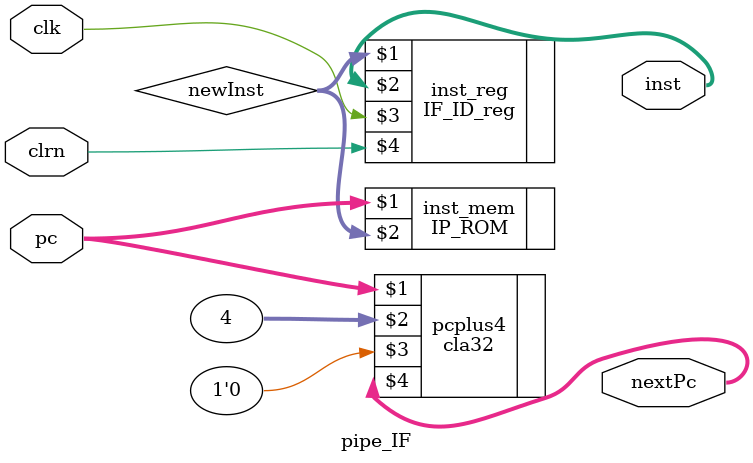
<source format=v>
`timescale 1ns / 1ps
module pipe_IF(pc,clrn,clk,
					inst,nextPc
    );
	 
	 input [31:0] pc;
	 input clrn,clk;
	 output [31:0] inst;
	 output [31:0] nextPc;
	 
	 wire [31:0] newInst;
	
	 cla32 pcplus4(pc,32'h0004,1'b0,nextPc);
	 IP_ROM inst_mem(pc,newInst);
	 IF_ID_reg inst_reg(newInst,inst,clk,clrn);

endmodule

</source>
